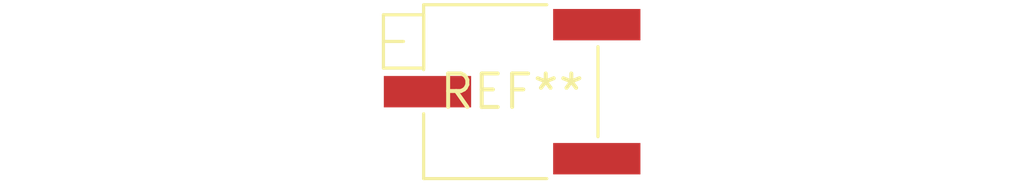
<source format=kicad_pcb>
(kicad_pcb (version 20240108) (generator pcbnew)
  (layers (0 "F.Cu" signal) (31 "B.Cu" signal) (34 "B.Paste" user) (35 "F.Paste" user) (36 "B.SilkS" user "B.Silkscreen") (37 "F.SilkS" user "F.Silkscreen") (38 "B.Mask" user) (39 "F.Mask" user) (44 "Edge.Cuts" user))
  (net 0 "")
  (footprint "Potentiometer_Bourns_3269P_Horizontal" (layer "F.Cu") (at 0 0)
    (property "Reference" "REF**")
    (property "Value" "Potentiometer_Bourns_3269P_Horizontal")
    (fp_line (start -4.865 -2.915) (end -4.865 -0.895) (layer "F.SilkS") (stroke (width 0.12)))
    (fp_line (start -4.865 -2.915) (end -3.346 -2.915) (layer "F.SilkS") (stroke (width 0.12)))
    (fp_line (start -4.865 -1.905) (end -4.106 -1.905) (layer "F.SilkS") (stroke (width 0.12)))
    (fp_line (start -4.865 -0.895) (end -3.346 -0.895) (layer "F.SilkS") (stroke (width 0.12)))
    (fp_line (start -3.346 -2.915) (end -3.346 -0.895) (layer "F.SilkS") (stroke (width 0.12)))
    (fp_line (start -3.345 -3.295) (end -3.345 -0.835) (layer "F.SilkS") (stroke (width 0.12)))
    (fp_line (start -3.345 -3.295) (end 1.31 -3.295) (layer "F.SilkS") (stroke (width 0.12)))
    (fp_line (start -3.345 0.835) (end -3.345 3.295) (layer "F.SilkS") (stroke (width 0.12)))
    (fp_line (start -3.345 3.295) (end 1.31 3.295) (layer "F.SilkS") (stroke (width 0.12)))
    (fp_line (start 3.245 -1.705) (end 3.245 1.705) (layer "F.SilkS") (stroke (width 0.12)))
    (pad "1" smd rect (at 3.2 -2.54) (size 3.3 1.19) (layers "F.Cu" "F.Paste" "F.Mask"))
    (pad "2" smd rect (at -3.2 0) (size 3.3 1.19) (layers "F.Cu" "F.Paste" "F.Mask"))
    (pad "3" smd rect (at 3.2 2.54) (size 3.3 1.19) (layers "F.Cu" "F.Paste" "F.Mask"))
  )
)
</source>
